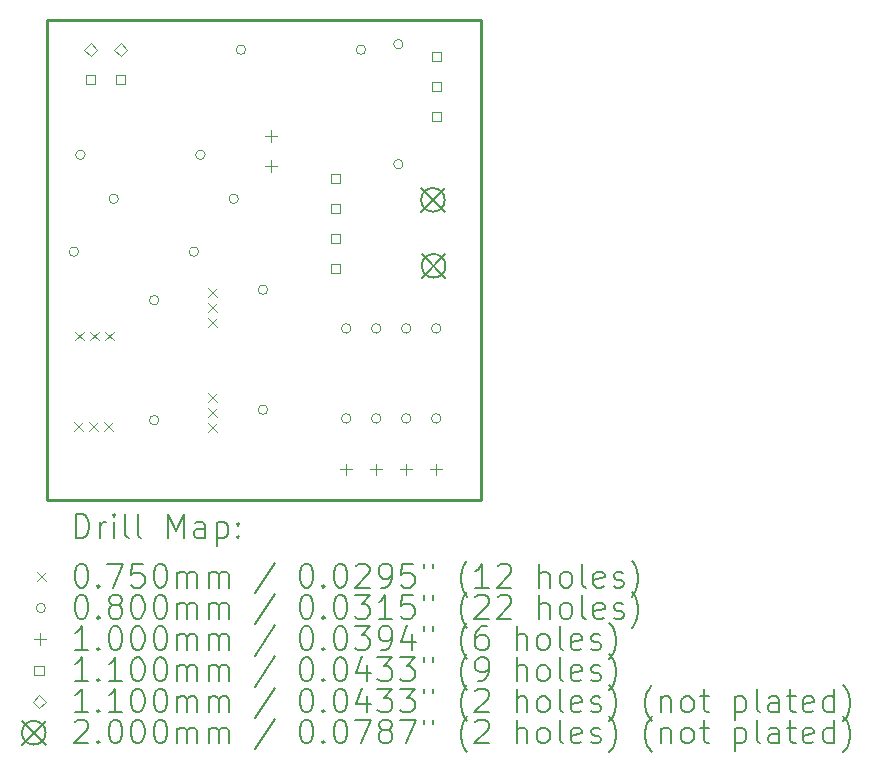
<source format=gbr>
%TF.GenerationSoftware,KiCad,Pcbnew,(6.0.10)*%
%TF.CreationDate,2023-01-15T11:08:51+01:00*%
%TF.ProjectId,PCB_PSU_LIN_2023-01-12,5043425f-5053-4555-9f4c-494e5f323032,rev?*%
%TF.SameCoordinates,Original*%
%TF.FileFunction,Drillmap*%
%TF.FilePolarity,Positive*%
%FSLAX45Y45*%
G04 Gerber Fmt 4.5, Leading zero omitted, Abs format (unit mm)*
G04 Created by KiCad (PCBNEW (6.0.10)) date 2023-01-15 11:08:51*
%MOMM*%
%LPD*%
G01*
G04 APERTURE LIST*
%ADD10C,0.254000*%
%ADD11C,0.200000*%
%ADD12C,0.075000*%
%ADD13C,0.080000*%
%ADD14C,0.100000*%
%ADD15C,0.110000*%
G04 APERTURE END LIST*
D10*
X9906000Y-10160000D02*
X6232900Y-10160000D01*
X6232900Y-10160000D02*
X6232900Y-6096000D01*
X9906000Y-6096000D02*
X9906000Y-10160000D01*
X6232900Y-6096000D02*
X9906000Y-6096000D01*
D11*
D12*
X6462107Y-9505817D02*
X6537107Y-9580817D01*
X6537107Y-9505817D02*
X6462107Y-9580817D01*
X6467767Y-8736699D02*
X6542767Y-8811699D01*
X6542767Y-8736699D02*
X6467767Y-8811699D01*
X6589107Y-9505817D02*
X6664107Y-9580817D01*
X6664107Y-9505817D02*
X6589107Y-9580817D01*
X6594767Y-8736699D02*
X6669767Y-8811699D01*
X6669767Y-8736699D02*
X6594767Y-8811699D01*
X6716107Y-9505817D02*
X6791107Y-9580817D01*
X6791107Y-9505817D02*
X6716107Y-9580817D01*
X6721767Y-8736699D02*
X6796767Y-8811699D01*
X6796767Y-8736699D02*
X6721767Y-8811699D01*
X7594206Y-8368080D02*
X7669206Y-8443080D01*
X7669206Y-8368080D02*
X7594206Y-8443080D01*
X7594206Y-8495080D02*
X7669206Y-8570080D01*
X7669206Y-8495080D02*
X7594206Y-8570080D01*
X7594206Y-8622080D02*
X7669206Y-8697080D01*
X7669206Y-8622080D02*
X7594206Y-8697080D01*
X7596126Y-9257500D02*
X7671126Y-9332500D01*
X7671126Y-9257500D02*
X7596126Y-9332500D01*
X7596126Y-9384500D02*
X7671126Y-9459500D01*
X7671126Y-9384500D02*
X7596126Y-9459500D01*
X7596126Y-9511500D02*
X7671126Y-9586500D01*
X7671126Y-9511500D02*
X7596126Y-9586500D01*
D13*
X6499501Y-8059508D02*
G75*
G03*
X6499501Y-8059508I-40000J0D01*
G01*
X6555111Y-7239322D02*
G75*
G03*
X6555111Y-7239322I-40000J0D01*
G01*
X6837237Y-7611412D02*
G75*
G03*
X6837237Y-7611412I-40000J0D01*
G01*
X7179268Y-8470460D02*
G75*
G03*
X7179268Y-8470460I-40000J0D01*
G01*
X7179268Y-9486460D02*
G75*
G03*
X7179268Y-9486460I-40000J0D01*
G01*
X7515501Y-8059508D02*
G75*
G03*
X7515501Y-8059508I-40000J0D01*
G01*
X7571111Y-7239322D02*
G75*
G03*
X7571111Y-7239322I-40000J0D01*
G01*
X7853237Y-7611412D02*
G75*
G03*
X7853237Y-7611412I-40000J0D01*
G01*
X7914000Y-6350000D02*
G75*
G03*
X7914000Y-6350000I-40000J0D01*
G01*
X8100152Y-8382000D02*
G75*
G03*
X8100152Y-8382000I-40000J0D01*
G01*
X8100152Y-9398000D02*
G75*
G03*
X8100152Y-9398000I-40000J0D01*
G01*
X8805700Y-8709300D02*
G75*
G03*
X8805700Y-8709300I-40000J0D01*
G01*
X8805700Y-9471300D02*
G75*
G03*
X8805700Y-9471300I-40000J0D01*
G01*
X8930000Y-6350000D02*
G75*
G03*
X8930000Y-6350000I-40000J0D01*
G01*
X9059700Y-8709300D02*
G75*
G03*
X9059700Y-8709300I-40000J0D01*
G01*
X9059700Y-9471300D02*
G75*
G03*
X9059700Y-9471300I-40000J0D01*
G01*
X9246981Y-6301977D02*
G75*
G03*
X9246981Y-6301977I-40000J0D01*
G01*
X9246981Y-7317977D02*
G75*
G03*
X9246981Y-7317977I-40000J0D01*
G01*
X9313700Y-8709300D02*
G75*
G03*
X9313700Y-8709300I-40000J0D01*
G01*
X9313700Y-9471300D02*
G75*
G03*
X9313700Y-9471300I-40000J0D01*
G01*
X9567700Y-8709300D02*
G75*
G03*
X9567700Y-8709300I-40000J0D01*
G01*
X9567700Y-9471300D02*
G75*
G03*
X9567700Y-9471300I-40000J0D01*
G01*
D14*
X8125832Y-7032008D02*
X8125832Y-7132008D01*
X8075832Y-7082008D02*
X8175832Y-7082008D01*
X8125832Y-7286008D02*
X8125832Y-7386008D01*
X8075832Y-7336008D02*
X8175832Y-7336008D01*
X8765700Y-9853500D02*
X8765700Y-9953500D01*
X8715700Y-9903500D02*
X8815700Y-9903500D01*
X9019700Y-9853500D02*
X9019700Y-9953500D01*
X8969700Y-9903500D02*
X9069700Y-9903500D01*
X9273700Y-9853500D02*
X9273700Y-9953500D01*
X9223700Y-9903500D02*
X9323700Y-9903500D01*
X9527700Y-9853500D02*
X9527700Y-9953500D01*
X9477700Y-9903500D02*
X9577700Y-9903500D01*
D15*
X6642891Y-6642891D02*
X6642891Y-6565109D01*
X6565109Y-6565109D01*
X6565109Y-6642891D01*
X6642891Y-6642891D01*
X6896891Y-6642891D02*
X6896891Y-6565109D01*
X6819109Y-6565109D01*
X6819109Y-6642891D01*
X6896891Y-6642891D01*
X8713694Y-7478391D02*
X8713694Y-7400609D01*
X8635912Y-7400609D01*
X8635912Y-7478391D01*
X8713694Y-7478391D01*
X8713694Y-7732391D02*
X8713694Y-7654609D01*
X8635912Y-7654609D01*
X8635912Y-7732391D01*
X8713694Y-7732391D01*
X8713694Y-7986391D02*
X8713694Y-7908609D01*
X8635912Y-7908609D01*
X8635912Y-7986391D01*
X8713694Y-7986391D01*
X8713694Y-8240391D02*
X8713694Y-8162609D01*
X8635912Y-8162609D01*
X8635912Y-8240391D01*
X8713694Y-8240391D01*
X9571485Y-6446222D02*
X9571485Y-6368439D01*
X9493702Y-6368439D01*
X9493702Y-6446222D01*
X9571485Y-6446222D01*
X9571485Y-6700222D02*
X9571485Y-6622439D01*
X9493702Y-6622439D01*
X9493702Y-6700222D01*
X9571485Y-6700222D01*
X9571485Y-6954222D02*
X9571485Y-6876439D01*
X9493702Y-6876439D01*
X9493702Y-6954222D01*
X9571485Y-6954222D01*
X6604000Y-6405000D02*
X6659000Y-6350000D01*
X6604000Y-6295000D01*
X6549000Y-6350000D01*
X6604000Y-6405000D01*
X6858000Y-6405000D02*
X6913000Y-6350000D01*
X6858000Y-6295000D01*
X6803000Y-6350000D01*
X6858000Y-6405000D01*
D11*
X9399557Y-7521288D02*
X9599557Y-7721288D01*
X9599557Y-7521288D02*
X9399557Y-7721288D01*
X9599557Y-7621288D02*
G75*
G03*
X9599557Y-7621288I-100000J0D01*
G01*
X9405998Y-8079472D02*
X9605998Y-8279472D01*
X9605998Y-8079472D02*
X9405998Y-8279472D01*
X9605998Y-8179472D02*
G75*
G03*
X9605998Y-8179472I-100000J0D01*
G01*
X6477819Y-10483176D02*
X6477819Y-10283176D01*
X6525438Y-10283176D01*
X6554009Y-10292700D01*
X6573057Y-10311748D01*
X6582581Y-10330795D01*
X6592105Y-10368890D01*
X6592105Y-10397462D01*
X6582581Y-10435557D01*
X6573057Y-10454605D01*
X6554009Y-10473652D01*
X6525438Y-10483176D01*
X6477819Y-10483176D01*
X6677819Y-10483176D02*
X6677819Y-10349843D01*
X6677819Y-10387938D02*
X6687343Y-10368890D01*
X6696867Y-10359367D01*
X6715914Y-10349843D01*
X6734962Y-10349843D01*
X6801628Y-10483176D02*
X6801628Y-10349843D01*
X6801628Y-10283176D02*
X6792105Y-10292700D01*
X6801628Y-10302224D01*
X6811152Y-10292700D01*
X6801628Y-10283176D01*
X6801628Y-10302224D01*
X6925438Y-10483176D02*
X6906390Y-10473652D01*
X6896867Y-10454605D01*
X6896867Y-10283176D01*
X7030200Y-10483176D02*
X7011152Y-10473652D01*
X7001628Y-10454605D01*
X7001628Y-10283176D01*
X7258771Y-10483176D02*
X7258771Y-10283176D01*
X7325438Y-10426033D01*
X7392105Y-10283176D01*
X7392105Y-10483176D01*
X7573057Y-10483176D02*
X7573057Y-10378414D01*
X7563533Y-10359367D01*
X7544486Y-10349843D01*
X7506390Y-10349843D01*
X7487343Y-10359367D01*
X7573057Y-10473652D02*
X7554009Y-10483176D01*
X7506390Y-10483176D01*
X7487343Y-10473652D01*
X7477819Y-10454605D01*
X7477819Y-10435557D01*
X7487343Y-10416510D01*
X7506390Y-10406986D01*
X7554009Y-10406986D01*
X7573057Y-10397462D01*
X7668295Y-10349843D02*
X7668295Y-10549843D01*
X7668295Y-10359367D02*
X7687343Y-10349843D01*
X7725438Y-10349843D01*
X7744486Y-10359367D01*
X7754009Y-10368890D01*
X7763533Y-10387938D01*
X7763533Y-10445081D01*
X7754009Y-10464129D01*
X7744486Y-10473652D01*
X7725438Y-10483176D01*
X7687343Y-10483176D01*
X7668295Y-10473652D01*
X7849248Y-10464129D02*
X7858771Y-10473652D01*
X7849248Y-10483176D01*
X7839724Y-10473652D01*
X7849248Y-10464129D01*
X7849248Y-10483176D01*
X7849248Y-10359367D02*
X7858771Y-10368890D01*
X7849248Y-10378414D01*
X7839724Y-10368890D01*
X7849248Y-10359367D01*
X7849248Y-10378414D01*
D12*
X6145200Y-10775200D02*
X6220200Y-10850200D01*
X6220200Y-10775200D02*
X6145200Y-10850200D01*
D11*
X6515914Y-10703176D02*
X6534962Y-10703176D01*
X6554009Y-10712700D01*
X6563533Y-10722224D01*
X6573057Y-10741271D01*
X6582581Y-10779367D01*
X6582581Y-10826986D01*
X6573057Y-10865081D01*
X6563533Y-10884129D01*
X6554009Y-10893652D01*
X6534962Y-10903176D01*
X6515914Y-10903176D01*
X6496867Y-10893652D01*
X6487343Y-10884129D01*
X6477819Y-10865081D01*
X6468295Y-10826986D01*
X6468295Y-10779367D01*
X6477819Y-10741271D01*
X6487343Y-10722224D01*
X6496867Y-10712700D01*
X6515914Y-10703176D01*
X6668295Y-10884129D02*
X6677819Y-10893652D01*
X6668295Y-10903176D01*
X6658771Y-10893652D01*
X6668295Y-10884129D01*
X6668295Y-10903176D01*
X6744486Y-10703176D02*
X6877819Y-10703176D01*
X6792105Y-10903176D01*
X7049248Y-10703176D02*
X6954009Y-10703176D01*
X6944486Y-10798414D01*
X6954009Y-10788890D01*
X6973057Y-10779367D01*
X7020676Y-10779367D01*
X7039724Y-10788890D01*
X7049248Y-10798414D01*
X7058771Y-10817462D01*
X7058771Y-10865081D01*
X7049248Y-10884129D01*
X7039724Y-10893652D01*
X7020676Y-10903176D01*
X6973057Y-10903176D01*
X6954009Y-10893652D01*
X6944486Y-10884129D01*
X7182581Y-10703176D02*
X7201628Y-10703176D01*
X7220676Y-10712700D01*
X7230200Y-10722224D01*
X7239724Y-10741271D01*
X7249248Y-10779367D01*
X7249248Y-10826986D01*
X7239724Y-10865081D01*
X7230200Y-10884129D01*
X7220676Y-10893652D01*
X7201628Y-10903176D01*
X7182581Y-10903176D01*
X7163533Y-10893652D01*
X7154009Y-10884129D01*
X7144486Y-10865081D01*
X7134962Y-10826986D01*
X7134962Y-10779367D01*
X7144486Y-10741271D01*
X7154009Y-10722224D01*
X7163533Y-10712700D01*
X7182581Y-10703176D01*
X7334962Y-10903176D02*
X7334962Y-10769843D01*
X7334962Y-10788890D02*
X7344486Y-10779367D01*
X7363533Y-10769843D01*
X7392105Y-10769843D01*
X7411152Y-10779367D01*
X7420676Y-10798414D01*
X7420676Y-10903176D01*
X7420676Y-10798414D02*
X7430200Y-10779367D01*
X7449248Y-10769843D01*
X7477819Y-10769843D01*
X7496867Y-10779367D01*
X7506390Y-10798414D01*
X7506390Y-10903176D01*
X7601628Y-10903176D02*
X7601628Y-10769843D01*
X7601628Y-10788890D02*
X7611152Y-10779367D01*
X7630200Y-10769843D01*
X7658771Y-10769843D01*
X7677819Y-10779367D01*
X7687343Y-10798414D01*
X7687343Y-10903176D01*
X7687343Y-10798414D02*
X7696867Y-10779367D01*
X7715914Y-10769843D01*
X7744486Y-10769843D01*
X7763533Y-10779367D01*
X7773057Y-10798414D01*
X7773057Y-10903176D01*
X8163533Y-10693652D02*
X7992105Y-10950795D01*
X8420676Y-10703176D02*
X8439724Y-10703176D01*
X8458771Y-10712700D01*
X8468295Y-10722224D01*
X8477819Y-10741271D01*
X8487343Y-10779367D01*
X8487343Y-10826986D01*
X8477819Y-10865081D01*
X8468295Y-10884129D01*
X8458771Y-10893652D01*
X8439724Y-10903176D01*
X8420676Y-10903176D01*
X8401629Y-10893652D01*
X8392105Y-10884129D01*
X8382581Y-10865081D01*
X8373057Y-10826986D01*
X8373057Y-10779367D01*
X8382581Y-10741271D01*
X8392105Y-10722224D01*
X8401629Y-10712700D01*
X8420676Y-10703176D01*
X8573057Y-10884129D02*
X8582581Y-10893652D01*
X8573057Y-10903176D01*
X8563533Y-10893652D01*
X8573057Y-10884129D01*
X8573057Y-10903176D01*
X8706390Y-10703176D02*
X8725438Y-10703176D01*
X8744486Y-10712700D01*
X8754010Y-10722224D01*
X8763533Y-10741271D01*
X8773057Y-10779367D01*
X8773057Y-10826986D01*
X8763533Y-10865081D01*
X8754010Y-10884129D01*
X8744486Y-10893652D01*
X8725438Y-10903176D01*
X8706390Y-10903176D01*
X8687343Y-10893652D01*
X8677819Y-10884129D01*
X8668295Y-10865081D01*
X8658771Y-10826986D01*
X8658771Y-10779367D01*
X8668295Y-10741271D01*
X8677819Y-10722224D01*
X8687343Y-10712700D01*
X8706390Y-10703176D01*
X8849248Y-10722224D02*
X8858771Y-10712700D01*
X8877819Y-10703176D01*
X8925438Y-10703176D01*
X8944486Y-10712700D01*
X8954010Y-10722224D01*
X8963533Y-10741271D01*
X8963533Y-10760319D01*
X8954010Y-10788890D01*
X8839724Y-10903176D01*
X8963533Y-10903176D01*
X9058771Y-10903176D02*
X9096867Y-10903176D01*
X9115914Y-10893652D01*
X9125438Y-10884129D01*
X9144486Y-10855557D01*
X9154010Y-10817462D01*
X9154010Y-10741271D01*
X9144486Y-10722224D01*
X9134962Y-10712700D01*
X9115914Y-10703176D01*
X9077819Y-10703176D01*
X9058771Y-10712700D01*
X9049248Y-10722224D01*
X9039724Y-10741271D01*
X9039724Y-10788890D01*
X9049248Y-10807938D01*
X9058771Y-10817462D01*
X9077819Y-10826986D01*
X9115914Y-10826986D01*
X9134962Y-10817462D01*
X9144486Y-10807938D01*
X9154010Y-10788890D01*
X9334962Y-10703176D02*
X9239724Y-10703176D01*
X9230200Y-10798414D01*
X9239724Y-10788890D01*
X9258771Y-10779367D01*
X9306390Y-10779367D01*
X9325438Y-10788890D01*
X9334962Y-10798414D01*
X9344486Y-10817462D01*
X9344486Y-10865081D01*
X9334962Y-10884129D01*
X9325438Y-10893652D01*
X9306390Y-10903176D01*
X9258771Y-10903176D01*
X9239724Y-10893652D01*
X9230200Y-10884129D01*
X9420676Y-10703176D02*
X9420676Y-10741271D01*
X9496867Y-10703176D02*
X9496867Y-10741271D01*
X9792105Y-10979367D02*
X9782581Y-10969843D01*
X9763533Y-10941271D01*
X9754010Y-10922224D01*
X9744486Y-10893652D01*
X9734962Y-10846033D01*
X9734962Y-10807938D01*
X9744486Y-10760319D01*
X9754010Y-10731748D01*
X9763533Y-10712700D01*
X9782581Y-10684129D01*
X9792105Y-10674605D01*
X9973057Y-10903176D02*
X9858771Y-10903176D01*
X9915914Y-10903176D02*
X9915914Y-10703176D01*
X9896867Y-10731748D01*
X9877819Y-10750795D01*
X9858771Y-10760319D01*
X10049248Y-10722224D02*
X10058771Y-10712700D01*
X10077819Y-10703176D01*
X10125438Y-10703176D01*
X10144486Y-10712700D01*
X10154010Y-10722224D01*
X10163533Y-10741271D01*
X10163533Y-10760319D01*
X10154010Y-10788890D01*
X10039724Y-10903176D01*
X10163533Y-10903176D01*
X10401629Y-10903176D02*
X10401629Y-10703176D01*
X10487343Y-10903176D02*
X10487343Y-10798414D01*
X10477819Y-10779367D01*
X10458771Y-10769843D01*
X10430200Y-10769843D01*
X10411152Y-10779367D01*
X10401629Y-10788890D01*
X10611152Y-10903176D02*
X10592105Y-10893652D01*
X10582581Y-10884129D01*
X10573057Y-10865081D01*
X10573057Y-10807938D01*
X10582581Y-10788890D01*
X10592105Y-10779367D01*
X10611152Y-10769843D01*
X10639724Y-10769843D01*
X10658771Y-10779367D01*
X10668295Y-10788890D01*
X10677819Y-10807938D01*
X10677819Y-10865081D01*
X10668295Y-10884129D01*
X10658771Y-10893652D01*
X10639724Y-10903176D01*
X10611152Y-10903176D01*
X10792105Y-10903176D02*
X10773057Y-10893652D01*
X10763533Y-10874605D01*
X10763533Y-10703176D01*
X10944486Y-10893652D02*
X10925438Y-10903176D01*
X10887343Y-10903176D01*
X10868295Y-10893652D01*
X10858771Y-10874605D01*
X10858771Y-10798414D01*
X10868295Y-10779367D01*
X10887343Y-10769843D01*
X10925438Y-10769843D01*
X10944486Y-10779367D01*
X10954010Y-10798414D01*
X10954010Y-10817462D01*
X10858771Y-10836510D01*
X11030200Y-10893652D02*
X11049248Y-10903176D01*
X11087343Y-10903176D01*
X11106390Y-10893652D01*
X11115914Y-10874605D01*
X11115914Y-10865081D01*
X11106390Y-10846033D01*
X11087343Y-10836510D01*
X11058771Y-10836510D01*
X11039724Y-10826986D01*
X11030200Y-10807938D01*
X11030200Y-10798414D01*
X11039724Y-10779367D01*
X11058771Y-10769843D01*
X11087343Y-10769843D01*
X11106390Y-10779367D01*
X11182581Y-10979367D02*
X11192105Y-10969843D01*
X11211152Y-10941271D01*
X11220676Y-10922224D01*
X11230200Y-10893652D01*
X11239724Y-10846033D01*
X11239724Y-10807938D01*
X11230200Y-10760319D01*
X11220676Y-10731748D01*
X11211152Y-10712700D01*
X11192105Y-10684129D01*
X11182581Y-10674605D01*
D13*
X6220200Y-11076700D02*
G75*
G03*
X6220200Y-11076700I-40000J0D01*
G01*
D11*
X6515914Y-10967176D02*
X6534962Y-10967176D01*
X6554009Y-10976700D01*
X6563533Y-10986224D01*
X6573057Y-11005271D01*
X6582581Y-11043367D01*
X6582581Y-11090986D01*
X6573057Y-11129081D01*
X6563533Y-11148129D01*
X6554009Y-11157652D01*
X6534962Y-11167176D01*
X6515914Y-11167176D01*
X6496867Y-11157652D01*
X6487343Y-11148129D01*
X6477819Y-11129081D01*
X6468295Y-11090986D01*
X6468295Y-11043367D01*
X6477819Y-11005271D01*
X6487343Y-10986224D01*
X6496867Y-10976700D01*
X6515914Y-10967176D01*
X6668295Y-11148129D02*
X6677819Y-11157652D01*
X6668295Y-11167176D01*
X6658771Y-11157652D01*
X6668295Y-11148129D01*
X6668295Y-11167176D01*
X6792105Y-11052890D02*
X6773057Y-11043367D01*
X6763533Y-11033843D01*
X6754009Y-11014795D01*
X6754009Y-11005271D01*
X6763533Y-10986224D01*
X6773057Y-10976700D01*
X6792105Y-10967176D01*
X6830200Y-10967176D01*
X6849248Y-10976700D01*
X6858771Y-10986224D01*
X6868295Y-11005271D01*
X6868295Y-11014795D01*
X6858771Y-11033843D01*
X6849248Y-11043367D01*
X6830200Y-11052890D01*
X6792105Y-11052890D01*
X6773057Y-11062414D01*
X6763533Y-11071938D01*
X6754009Y-11090986D01*
X6754009Y-11129081D01*
X6763533Y-11148129D01*
X6773057Y-11157652D01*
X6792105Y-11167176D01*
X6830200Y-11167176D01*
X6849248Y-11157652D01*
X6858771Y-11148129D01*
X6868295Y-11129081D01*
X6868295Y-11090986D01*
X6858771Y-11071938D01*
X6849248Y-11062414D01*
X6830200Y-11052890D01*
X6992105Y-10967176D02*
X7011152Y-10967176D01*
X7030200Y-10976700D01*
X7039724Y-10986224D01*
X7049248Y-11005271D01*
X7058771Y-11043367D01*
X7058771Y-11090986D01*
X7049248Y-11129081D01*
X7039724Y-11148129D01*
X7030200Y-11157652D01*
X7011152Y-11167176D01*
X6992105Y-11167176D01*
X6973057Y-11157652D01*
X6963533Y-11148129D01*
X6954009Y-11129081D01*
X6944486Y-11090986D01*
X6944486Y-11043367D01*
X6954009Y-11005271D01*
X6963533Y-10986224D01*
X6973057Y-10976700D01*
X6992105Y-10967176D01*
X7182581Y-10967176D02*
X7201628Y-10967176D01*
X7220676Y-10976700D01*
X7230200Y-10986224D01*
X7239724Y-11005271D01*
X7249248Y-11043367D01*
X7249248Y-11090986D01*
X7239724Y-11129081D01*
X7230200Y-11148129D01*
X7220676Y-11157652D01*
X7201628Y-11167176D01*
X7182581Y-11167176D01*
X7163533Y-11157652D01*
X7154009Y-11148129D01*
X7144486Y-11129081D01*
X7134962Y-11090986D01*
X7134962Y-11043367D01*
X7144486Y-11005271D01*
X7154009Y-10986224D01*
X7163533Y-10976700D01*
X7182581Y-10967176D01*
X7334962Y-11167176D02*
X7334962Y-11033843D01*
X7334962Y-11052890D02*
X7344486Y-11043367D01*
X7363533Y-11033843D01*
X7392105Y-11033843D01*
X7411152Y-11043367D01*
X7420676Y-11062414D01*
X7420676Y-11167176D01*
X7420676Y-11062414D02*
X7430200Y-11043367D01*
X7449248Y-11033843D01*
X7477819Y-11033843D01*
X7496867Y-11043367D01*
X7506390Y-11062414D01*
X7506390Y-11167176D01*
X7601628Y-11167176D02*
X7601628Y-11033843D01*
X7601628Y-11052890D02*
X7611152Y-11043367D01*
X7630200Y-11033843D01*
X7658771Y-11033843D01*
X7677819Y-11043367D01*
X7687343Y-11062414D01*
X7687343Y-11167176D01*
X7687343Y-11062414D02*
X7696867Y-11043367D01*
X7715914Y-11033843D01*
X7744486Y-11033843D01*
X7763533Y-11043367D01*
X7773057Y-11062414D01*
X7773057Y-11167176D01*
X8163533Y-10957652D02*
X7992105Y-11214795D01*
X8420676Y-10967176D02*
X8439724Y-10967176D01*
X8458771Y-10976700D01*
X8468295Y-10986224D01*
X8477819Y-11005271D01*
X8487343Y-11043367D01*
X8487343Y-11090986D01*
X8477819Y-11129081D01*
X8468295Y-11148129D01*
X8458771Y-11157652D01*
X8439724Y-11167176D01*
X8420676Y-11167176D01*
X8401629Y-11157652D01*
X8392105Y-11148129D01*
X8382581Y-11129081D01*
X8373057Y-11090986D01*
X8373057Y-11043367D01*
X8382581Y-11005271D01*
X8392105Y-10986224D01*
X8401629Y-10976700D01*
X8420676Y-10967176D01*
X8573057Y-11148129D02*
X8582581Y-11157652D01*
X8573057Y-11167176D01*
X8563533Y-11157652D01*
X8573057Y-11148129D01*
X8573057Y-11167176D01*
X8706390Y-10967176D02*
X8725438Y-10967176D01*
X8744486Y-10976700D01*
X8754010Y-10986224D01*
X8763533Y-11005271D01*
X8773057Y-11043367D01*
X8773057Y-11090986D01*
X8763533Y-11129081D01*
X8754010Y-11148129D01*
X8744486Y-11157652D01*
X8725438Y-11167176D01*
X8706390Y-11167176D01*
X8687343Y-11157652D01*
X8677819Y-11148129D01*
X8668295Y-11129081D01*
X8658771Y-11090986D01*
X8658771Y-11043367D01*
X8668295Y-11005271D01*
X8677819Y-10986224D01*
X8687343Y-10976700D01*
X8706390Y-10967176D01*
X8839724Y-10967176D02*
X8963533Y-10967176D01*
X8896867Y-11043367D01*
X8925438Y-11043367D01*
X8944486Y-11052890D01*
X8954010Y-11062414D01*
X8963533Y-11081462D01*
X8963533Y-11129081D01*
X8954010Y-11148129D01*
X8944486Y-11157652D01*
X8925438Y-11167176D01*
X8868295Y-11167176D01*
X8849248Y-11157652D01*
X8839724Y-11148129D01*
X9154010Y-11167176D02*
X9039724Y-11167176D01*
X9096867Y-11167176D02*
X9096867Y-10967176D01*
X9077819Y-10995748D01*
X9058771Y-11014795D01*
X9039724Y-11024319D01*
X9334962Y-10967176D02*
X9239724Y-10967176D01*
X9230200Y-11062414D01*
X9239724Y-11052890D01*
X9258771Y-11043367D01*
X9306390Y-11043367D01*
X9325438Y-11052890D01*
X9334962Y-11062414D01*
X9344486Y-11081462D01*
X9344486Y-11129081D01*
X9334962Y-11148129D01*
X9325438Y-11157652D01*
X9306390Y-11167176D01*
X9258771Y-11167176D01*
X9239724Y-11157652D01*
X9230200Y-11148129D01*
X9420676Y-10967176D02*
X9420676Y-11005271D01*
X9496867Y-10967176D02*
X9496867Y-11005271D01*
X9792105Y-11243367D02*
X9782581Y-11233843D01*
X9763533Y-11205271D01*
X9754010Y-11186224D01*
X9744486Y-11157652D01*
X9734962Y-11110033D01*
X9734962Y-11071938D01*
X9744486Y-11024319D01*
X9754010Y-10995748D01*
X9763533Y-10976700D01*
X9782581Y-10948129D01*
X9792105Y-10938605D01*
X9858771Y-10986224D02*
X9868295Y-10976700D01*
X9887343Y-10967176D01*
X9934962Y-10967176D01*
X9954010Y-10976700D01*
X9963533Y-10986224D01*
X9973057Y-11005271D01*
X9973057Y-11024319D01*
X9963533Y-11052890D01*
X9849248Y-11167176D01*
X9973057Y-11167176D01*
X10049248Y-10986224D02*
X10058771Y-10976700D01*
X10077819Y-10967176D01*
X10125438Y-10967176D01*
X10144486Y-10976700D01*
X10154010Y-10986224D01*
X10163533Y-11005271D01*
X10163533Y-11024319D01*
X10154010Y-11052890D01*
X10039724Y-11167176D01*
X10163533Y-11167176D01*
X10401629Y-11167176D02*
X10401629Y-10967176D01*
X10487343Y-11167176D02*
X10487343Y-11062414D01*
X10477819Y-11043367D01*
X10458771Y-11033843D01*
X10430200Y-11033843D01*
X10411152Y-11043367D01*
X10401629Y-11052890D01*
X10611152Y-11167176D02*
X10592105Y-11157652D01*
X10582581Y-11148129D01*
X10573057Y-11129081D01*
X10573057Y-11071938D01*
X10582581Y-11052890D01*
X10592105Y-11043367D01*
X10611152Y-11033843D01*
X10639724Y-11033843D01*
X10658771Y-11043367D01*
X10668295Y-11052890D01*
X10677819Y-11071938D01*
X10677819Y-11129081D01*
X10668295Y-11148129D01*
X10658771Y-11157652D01*
X10639724Y-11167176D01*
X10611152Y-11167176D01*
X10792105Y-11167176D02*
X10773057Y-11157652D01*
X10763533Y-11138605D01*
X10763533Y-10967176D01*
X10944486Y-11157652D02*
X10925438Y-11167176D01*
X10887343Y-11167176D01*
X10868295Y-11157652D01*
X10858771Y-11138605D01*
X10858771Y-11062414D01*
X10868295Y-11043367D01*
X10887343Y-11033843D01*
X10925438Y-11033843D01*
X10944486Y-11043367D01*
X10954010Y-11062414D01*
X10954010Y-11081462D01*
X10858771Y-11100510D01*
X11030200Y-11157652D02*
X11049248Y-11167176D01*
X11087343Y-11167176D01*
X11106390Y-11157652D01*
X11115914Y-11138605D01*
X11115914Y-11129081D01*
X11106390Y-11110033D01*
X11087343Y-11100510D01*
X11058771Y-11100510D01*
X11039724Y-11090986D01*
X11030200Y-11071938D01*
X11030200Y-11062414D01*
X11039724Y-11043367D01*
X11058771Y-11033843D01*
X11087343Y-11033843D01*
X11106390Y-11043367D01*
X11182581Y-11243367D02*
X11192105Y-11233843D01*
X11211152Y-11205271D01*
X11220676Y-11186224D01*
X11230200Y-11157652D01*
X11239724Y-11110033D01*
X11239724Y-11071938D01*
X11230200Y-11024319D01*
X11220676Y-10995748D01*
X11211152Y-10976700D01*
X11192105Y-10948129D01*
X11182581Y-10938605D01*
D14*
X6170200Y-11290700D02*
X6170200Y-11390700D01*
X6120200Y-11340700D02*
X6220200Y-11340700D01*
D11*
X6582581Y-11431176D02*
X6468295Y-11431176D01*
X6525438Y-11431176D02*
X6525438Y-11231176D01*
X6506390Y-11259748D01*
X6487343Y-11278795D01*
X6468295Y-11288319D01*
X6668295Y-11412128D02*
X6677819Y-11421652D01*
X6668295Y-11431176D01*
X6658771Y-11421652D01*
X6668295Y-11412128D01*
X6668295Y-11431176D01*
X6801628Y-11231176D02*
X6820676Y-11231176D01*
X6839724Y-11240700D01*
X6849248Y-11250224D01*
X6858771Y-11269271D01*
X6868295Y-11307367D01*
X6868295Y-11354986D01*
X6858771Y-11393081D01*
X6849248Y-11412128D01*
X6839724Y-11421652D01*
X6820676Y-11431176D01*
X6801628Y-11431176D01*
X6782581Y-11421652D01*
X6773057Y-11412128D01*
X6763533Y-11393081D01*
X6754009Y-11354986D01*
X6754009Y-11307367D01*
X6763533Y-11269271D01*
X6773057Y-11250224D01*
X6782581Y-11240700D01*
X6801628Y-11231176D01*
X6992105Y-11231176D02*
X7011152Y-11231176D01*
X7030200Y-11240700D01*
X7039724Y-11250224D01*
X7049248Y-11269271D01*
X7058771Y-11307367D01*
X7058771Y-11354986D01*
X7049248Y-11393081D01*
X7039724Y-11412128D01*
X7030200Y-11421652D01*
X7011152Y-11431176D01*
X6992105Y-11431176D01*
X6973057Y-11421652D01*
X6963533Y-11412128D01*
X6954009Y-11393081D01*
X6944486Y-11354986D01*
X6944486Y-11307367D01*
X6954009Y-11269271D01*
X6963533Y-11250224D01*
X6973057Y-11240700D01*
X6992105Y-11231176D01*
X7182581Y-11231176D02*
X7201628Y-11231176D01*
X7220676Y-11240700D01*
X7230200Y-11250224D01*
X7239724Y-11269271D01*
X7249248Y-11307367D01*
X7249248Y-11354986D01*
X7239724Y-11393081D01*
X7230200Y-11412128D01*
X7220676Y-11421652D01*
X7201628Y-11431176D01*
X7182581Y-11431176D01*
X7163533Y-11421652D01*
X7154009Y-11412128D01*
X7144486Y-11393081D01*
X7134962Y-11354986D01*
X7134962Y-11307367D01*
X7144486Y-11269271D01*
X7154009Y-11250224D01*
X7163533Y-11240700D01*
X7182581Y-11231176D01*
X7334962Y-11431176D02*
X7334962Y-11297843D01*
X7334962Y-11316890D02*
X7344486Y-11307367D01*
X7363533Y-11297843D01*
X7392105Y-11297843D01*
X7411152Y-11307367D01*
X7420676Y-11326414D01*
X7420676Y-11431176D01*
X7420676Y-11326414D02*
X7430200Y-11307367D01*
X7449248Y-11297843D01*
X7477819Y-11297843D01*
X7496867Y-11307367D01*
X7506390Y-11326414D01*
X7506390Y-11431176D01*
X7601628Y-11431176D02*
X7601628Y-11297843D01*
X7601628Y-11316890D02*
X7611152Y-11307367D01*
X7630200Y-11297843D01*
X7658771Y-11297843D01*
X7677819Y-11307367D01*
X7687343Y-11326414D01*
X7687343Y-11431176D01*
X7687343Y-11326414D02*
X7696867Y-11307367D01*
X7715914Y-11297843D01*
X7744486Y-11297843D01*
X7763533Y-11307367D01*
X7773057Y-11326414D01*
X7773057Y-11431176D01*
X8163533Y-11221652D02*
X7992105Y-11478795D01*
X8420676Y-11231176D02*
X8439724Y-11231176D01*
X8458771Y-11240700D01*
X8468295Y-11250224D01*
X8477819Y-11269271D01*
X8487343Y-11307367D01*
X8487343Y-11354986D01*
X8477819Y-11393081D01*
X8468295Y-11412128D01*
X8458771Y-11421652D01*
X8439724Y-11431176D01*
X8420676Y-11431176D01*
X8401629Y-11421652D01*
X8392105Y-11412128D01*
X8382581Y-11393081D01*
X8373057Y-11354986D01*
X8373057Y-11307367D01*
X8382581Y-11269271D01*
X8392105Y-11250224D01*
X8401629Y-11240700D01*
X8420676Y-11231176D01*
X8573057Y-11412128D02*
X8582581Y-11421652D01*
X8573057Y-11431176D01*
X8563533Y-11421652D01*
X8573057Y-11412128D01*
X8573057Y-11431176D01*
X8706390Y-11231176D02*
X8725438Y-11231176D01*
X8744486Y-11240700D01*
X8754010Y-11250224D01*
X8763533Y-11269271D01*
X8773057Y-11307367D01*
X8773057Y-11354986D01*
X8763533Y-11393081D01*
X8754010Y-11412128D01*
X8744486Y-11421652D01*
X8725438Y-11431176D01*
X8706390Y-11431176D01*
X8687343Y-11421652D01*
X8677819Y-11412128D01*
X8668295Y-11393081D01*
X8658771Y-11354986D01*
X8658771Y-11307367D01*
X8668295Y-11269271D01*
X8677819Y-11250224D01*
X8687343Y-11240700D01*
X8706390Y-11231176D01*
X8839724Y-11231176D02*
X8963533Y-11231176D01*
X8896867Y-11307367D01*
X8925438Y-11307367D01*
X8944486Y-11316890D01*
X8954010Y-11326414D01*
X8963533Y-11345462D01*
X8963533Y-11393081D01*
X8954010Y-11412128D01*
X8944486Y-11421652D01*
X8925438Y-11431176D01*
X8868295Y-11431176D01*
X8849248Y-11421652D01*
X8839724Y-11412128D01*
X9058771Y-11431176D02*
X9096867Y-11431176D01*
X9115914Y-11421652D01*
X9125438Y-11412128D01*
X9144486Y-11383557D01*
X9154010Y-11345462D01*
X9154010Y-11269271D01*
X9144486Y-11250224D01*
X9134962Y-11240700D01*
X9115914Y-11231176D01*
X9077819Y-11231176D01*
X9058771Y-11240700D01*
X9049248Y-11250224D01*
X9039724Y-11269271D01*
X9039724Y-11316890D01*
X9049248Y-11335938D01*
X9058771Y-11345462D01*
X9077819Y-11354986D01*
X9115914Y-11354986D01*
X9134962Y-11345462D01*
X9144486Y-11335938D01*
X9154010Y-11316890D01*
X9325438Y-11297843D02*
X9325438Y-11431176D01*
X9277819Y-11221652D02*
X9230200Y-11364509D01*
X9354010Y-11364509D01*
X9420676Y-11231176D02*
X9420676Y-11269271D01*
X9496867Y-11231176D02*
X9496867Y-11269271D01*
X9792105Y-11507367D02*
X9782581Y-11497843D01*
X9763533Y-11469271D01*
X9754010Y-11450224D01*
X9744486Y-11421652D01*
X9734962Y-11374033D01*
X9734962Y-11335938D01*
X9744486Y-11288319D01*
X9754010Y-11259748D01*
X9763533Y-11240700D01*
X9782581Y-11212128D01*
X9792105Y-11202605D01*
X9954010Y-11231176D02*
X9915914Y-11231176D01*
X9896867Y-11240700D01*
X9887343Y-11250224D01*
X9868295Y-11278795D01*
X9858771Y-11316890D01*
X9858771Y-11393081D01*
X9868295Y-11412128D01*
X9877819Y-11421652D01*
X9896867Y-11431176D01*
X9934962Y-11431176D01*
X9954010Y-11421652D01*
X9963533Y-11412128D01*
X9973057Y-11393081D01*
X9973057Y-11345462D01*
X9963533Y-11326414D01*
X9954010Y-11316890D01*
X9934962Y-11307367D01*
X9896867Y-11307367D01*
X9877819Y-11316890D01*
X9868295Y-11326414D01*
X9858771Y-11345462D01*
X10211152Y-11431176D02*
X10211152Y-11231176D01*
X10296867Y-11431176D02*
X10296867Y-11326414D01*
X10287343Y-11307367D01*
X10268295Y-11297843D01*
X10239724Y-11297843D01*
X10220676Y-11307367D01*
X10211152Y-11316890D01*
X10420676Y-11431176D02*
X10401629Y-11421652D01*
X10392105Y-11412128D01*
X10382581Y-11393081D01*
X10382581Y-11335938D01*
X10392105Y-11316890D01*
X10401629Y-11307367D01*
X10420676Y-11297843D01*
X10449248Y-11297843D01*
X10468295Y-11307367D01*
X10477819Y-11316890D01*
X10487343Y-11335938D01*
X10487343Y-11393081D01*
X10477819Y-11412128D01*
X10468295Y-11421652D01*
X10449248Y-11431176D01*
X10420676Y-11431176D01*
X10601629Y-11431176D02*
X10582581Y-11421652D01*
X10573057Y-11402605D01*
X10573057Y-11231176D01*
X10754010Y-11421652D02*
X10734962Y-11431176D01*
X10696867Y-11431176D01*
X10677819Y-11421652D01*
X10668295Y-11402605D01*
X10668295Y-11326414D01*
X10677819Y-11307367D01*
X10696867Y-11297843D01*
X10734962Y-11297843D01*
X10754010Y-11307367D01*
X10763533Y-11326414D01*
X10763533Y-11345462D01*
X10668295Y-11364509D01*
X10839724Y-11421652D02*
X10858771Y-11431176D01*
X10896867Y-11431176D01*
X10915914Y-11421652D01*
X10925438Y-11402605D01*
X10925438Y-11393081D01*
X10915914Y-11374033D01*
X10896867Y-11364509D01*
X10868295Y-11364509D01*
X10849248Y-11354986D01*
X10839724Y-11335938D01*
X10839724Y-11326414D01*
X10849248Y-11307367D01*
X10868295Y-11297843D01*
X10896867Y-11297843D01*
X10915914Y-11307367D01*
X10992105Y-11507367D02*
X11001629Y-11497843D01*
X11020676Y-11469271D01*
X11030200Y-11450224D01*
X11039724Y-11421652D01*
X11049248Y-11374033D01*
X11049248Y-11335938D01*
X11039724Y-11288319D01*
X11030200Y-11259748D01*
X11020676Y-11240700D01*
X11001629Y-11212128D01*
X10992105Y-11202605D01*
D15*
X6204091Y-11643591D02*
X6204091Y-11565809D01*
X6126309Y-11565809D01*
X6126309Y-11643591D01*
X6204091Y-11643591D01*
D11*
X6582581Y-11695176D02*
X6468295Y-11695176D01*
X6525438Y-11695176D02*
X6525438Y-11495176D01*
X6506390Y-11523748D01*
X6487343Y-11542795D01*
X6468295Y-11552319D01*
X6668295Y-11676128D02*
X6677819Y-11685652D01*
X6668295Y-11695176D01*
X6658771Y-11685652D01*
X6668295Y-11676128D01*
X6668295Y-11695176D01*
X6868295Y-11695176D02*
X6754009Y-11695176D01*
X6811152Y-11695176D02*
X6811152Y-11495176D01*
X6792105Y-11523748D01*
X6773057Y-11542795D01*
X6754009Y-11552319D01*
X6992105Y-11495176D02*
X7011152Y-11495176D01*
X7030200Y-11504700D01*
X7039724Y-11514224D01*
X7049248Y-11533271D01*
X7058771Y-11571367D01*
X7058771Y-11618986D01*
X7049248Y-11657081D01*
X7039724Y-11676128D01*
X7030200Y-11685652D01*
X7011152Y-11695176D01*
X6992105Y-11695176D01*
X6973057Y-11685652D01*
X6963533Y-11676128D01*
X6954009Y-11657081D01*
X6944486Y-11618986D01*
X6944486Y-11571367D01*
X6954009Y-11533271D01*
X6963533Y-11514224D01*
X6973057Y-11504700D01*
X6992105Y-11495176D01*
X7182581Y-11495176D02*
X7201628Y-11495176D01*
X7220676Y-11504700D01*
X7230200Y-11514224D01*
X7239724Y-11533271D01*
X7249248Y-11571367D01*
X7249248Y-11618986D01*
X7239724Y-11657081D01*
X7230200Y-11676128D01*
X7220676Y-11685652D01*
X7201628Y-11695176D01*
X7182581Y-11695176D01*
X7163533Y-11685652D01*
X7154009Y-11676128D01*
X7144486Y-11657081D01*
X7134962Y-11618986D01*
X7134962Y-11571367D01*
X7144486Y-11533271D01*
X7154009Y-11514224D01*
X7163533Y-11504700D01*
X7182581Y-11495176D01*
X7334962Y-11695176D02*
X7334962Y-11561843D01*
X7334962Y-11580890D02*
X7344486Y-11571367D01*
X7363533Y-11561843D01*
X7392105Y-11561843D01*
X7411152Y-11571367D01*
X7420676Y-11590414D01*
X7420676Y-11695176D01*
X7420676Y-11590414D02*
X7430200Y-11571367D01*
X7449248Y-11561843D01*
X7477819Y-11561843D01*
X7496867Y-11571367D01*
X7506390Y-11590414D01*
X7506390Y-11695176D01*
X7601628Y-11695176D02*
X7601628Y-11561843D01*
X7601628Y-11580890D02*
X7611152Y-11571367D01*
X7630200Y-11561843D01*
X7658771Y-11561843D01*
X7677819Y-11571367D01*
X7687343Y-11590414D01*
X7687343Y-11695176D01*
X7687343Y-11590414D02*
X7696867Y-11571367D01*
X7715914Y-11561843D01*
X7744486Y-11561843D01*
X7763533Y-11571367D01*
X7773057Y-11590414D01*
X7773057Y-11695176D01*
X8163533Y-11485652D02*
X7992105Y-11742795D01*
X8420676Y-11495176D02*
X8439724Y-11495176D01*
X8458771Y-11504700D01*
X8468295Y-11514224D01*
X8477819Y-11533271D01*
X8487343Y-11571367D01*
X8487343Y-11618986D01*
X8477819Y-11657081D01*
X8468295Y-11676128D01*
X8458771Y-11685652D01*
X8439724Y-11695176D01*
X8420676Y-11695176D01*
X8401629Y-11685652D01*
X8392105Y-11676128D01*
X8382581Y-11657081D01*
X8373057Y-11618986D01*
X8373057Y-11571367D01*
X8382581Y-11533271D01*
X8392105Y-11514224D01*
X8401629Y-11504700D01*
X8420676Y-11495176D01*
X8573057Y-11676128D02*
X8582581Y-11685652D01*
X8573057Y-11695176D01*
X8563533Y-11685652D01*
X8573057Y-11676128D01*
X8573057Y-11695176D01*
X8706390Y-11495176D02*
X8725438Y-11495176D01*
X8744486Y-11504700D01*
X8754010Y-11514224D01*
X8763533Y-11533271D01*
X8773057Y-11571367D01*
X8773057Y-11618986D01*
X8763533Y-11657081D01*
X8754010Y-11676128D01*
X8744486Y-11685652D01*
X8725438Y-11695176D01*
X8706390Y-11695176D01*
X8687343Y-11685652D01*
X8677819Y-11676128D01*
X8668295Y-11657081D01*
X8658771Y-11618986D01*
X8658771Y-11571367D01*
X8668295Y-11533271D01*
X8677819Y-11514224D01*
X8687343Y-11504700D01*
X8706390Y-11495176D01*
X8944486Y-11561843D02*
X8944486Y-11695176D01*
X8896867Y-11485652D02*
X8849248Y-11628509D01*
X8973057Y-11628509D01*
X9030200Y-11495176D02*
X9154010Y-11495176D01*
X9087343Y-11571367D01*
X9115914Y-11571367D01*
X9134962Y-11580890D01*
X9144486Y-11590414D01*
X9154010Y-11609462D01*
X9154010Y-11657081D01*
X9144486Y-11676128D01*
X9134962Y-11685652D01*
X9115914Y-11695176D01*
X9058771Y-11695176D01*
X9039724Y-11685652D01*
X9030200Y-11676128D01*
X9220676Y-11495176D02*
X9344486Y-11495176D01*
X9277819Y-11571367D01*
X9306390Y-11571367D01*
X9325438Y-11580890D01*
X9334962Y-11590414D01*
X9344486Y-11609462D01*
X9344486Y-11657081D01*
X9334962Y-11676128D01*
X9325438Y-11685652D01*
X9306390Y-11695176D01*
X9249248Y-11695176D01*
X9230200Y-11685652D01*
X9220676Y-11676128D01*
X9420676Y-11495176D02*
X9420676Y-11533271D01*
X9496867Y-11495176D02*
X9496867Y-11533271D01*
X9792105Y-11771367D02*
X9782581Y-11761843D01*
X9763533Y-11733271D01*
X9754010Y-11714224D01*
X9744486Y-11685652D01*
X9734962Y-11638033D01*
X9734962Y-11599938D01*
X9744486Y-11552319D01*
X9754010Y-11523748D01*
X9763533Y-11504700D01*
X9782581Y-11476128D01*
X9792105Y-11466605D01*
X9877819Y-11695176D02*
X9915914Y-11695176D01*
X9934962Y-11685652D01*
X9944486Y-11676128D01*
X9963533Y-11647557D01*
X9973057Y-11609462D01*
X9973057Y-11533271D01*
X9963533Y-11514224D01*
X9954010Y-11504700D01*
X9934962Y-11495176D01*
X9896867Y-11495176D01*
X9877819Y-11504700D01*
X9868295Y-11514224D01*
X9858771Y-11533271D01*
X9858771Y-11580890D01*
X9868295Y-11599938D01*
X9877819Y-11609462D01*
X9896867Y-11618986D01*
X9934962Y-11618986D01*
X9954010Y-11609462D01*
X9963533Y-11599938D01*
X9973057Y-11580890D01*
X10211152Y-11695176D02*
X10211152Y-11495176D01*
X10296867Y-11695176D02*
X10296867Y-11590414D01*
X10287343Y-11571367D01*
X10268295Y-11561843D01*
X10239724Y-11561843D01*
X10220676Y-11571367D01*
X10211152Y-11580890D01*
X10420676Y-11695176D02*
X10401629Y-11685652D01*
X10392105Y-11676128D01*
X10382581Y-11657081D01*
X10382581Y-11599938D01*
X10392105Y-11580890D01*
X10401629Y-11571367D01*
X10420676Y-11561843D01*
X10449248Y-11561843D01*
X10468295Y-11571367D01*
X10477819Y-11580890D01*
X10487343Y-11599938D01*
X10487343Y-11657081D01*
X10477819Y-11676128D01*
X10468295Y-11685652D01*
X10449248Y-11695176D01*
X10420676Y-11695176D01*
X10601629Y-11695176D02*
X10582581Y-11685652D01*
X10573057Y-11666605D01*
X10573057Y-11495176D01*
X10754010Y-11685652D02*
X10734962Y-11695176D01*
X10696867Y-11695176D01*
X10677819Y-11685652D01*
X10668295Y-11666605D01*
X10668295Y-11590414D01*
X10677819Y-11571367D01*
X10696867Y-11561843D01*
X10734962Y-11561843D01*
X10754010Y-11571367D01*
X10763533Y-11590414D01*
X10763533Y-11609462D01*
X10668295Y-11628509D01*
X10839724Y-11685652D02*
X10858771Y-11695176D01*
X10896867Y-11695176D01*
X10915914Y-11685652D01*
X10925438Y-11666605D01*
X10925438Y-11657081D01*
X10915914Y-11638033D01*
X10896867Y-11628509D01*
X10868295Y-11628509D01*
X10849248Y-11618986D01*
X10839724Y-11599938D01*
X10839724Y-11590414D01*
X10849248Y-11571367D01*
X10868295Y-11561843D01*
X10896867Y-11561843D01*
X10915914Y-11571367D01*
X10992105Y-11771367D02*
X11001629Y-11761843D01*
X11020676Y-11733271D01*
X11030200Y-11714224D01*
X11039724Y-11685652D01*
X11049248Y-11638033D01*
X11049248Y-11599938D01*
X11039724Y-11552319D01*
X11030200Y-11523748D01*
X11020676Y-11504700D01*
X11001629Y-11476128D01*
X10992105Y-11466605D01*
D15*
X6165200Y-11923700D02*
X6220200Y-11868700D01*
X6165200Y-11813700D01*
X6110200Y-11868700D01*
X6165200Y-11923700D01*
D11*
X6582581Y-11959176D02*
X6468295Y-11959176D01*
X6525438Y-11959176D02*
X6525438Y-11759176D01*
X6506390Y-11787748D01*
X6487343Y-11806795D01*
X6468295Y-11816319D01*
X6668295Y-11940128D02*
X6677819Y-11949652D01*
X6668295Y-11959176D01*
X6658771Y-11949652D01*
X6668295Y-11940128D01*
X6668295Y-11959176D01*
X6868295Y-11959176D02*
X6754009Y-11959176D01*
X6811152Y-11959176D02*
X6811152Y-11759176D01*
X6792105Y-11787748D01*
X6773057Y-11806795D01*
X6754009Y-11816319D01*
X6992105Y-11759176D02*
X7011152Y-11759176D01*
X7030200Y-11768700D01*
X7039724Y-11778224D01*
X7049248Y-11797271D01*
X7058771Y-11835367D01*
X7058771Y-11882986D01*
X7049248Y-11921081D01*
X7039724Y-11940128D01*
X7030200Y-11949652D01*
X7011152Y-11959176D01*
X6992105Y-11959176D01*
X6973057Y-11949652D01*
X6963533Y-11940128D01*
X6954009Y-11921081D01*
X6944486Y-11882986D01*
X6944486Y-11835367D01*
X6954009Y-11797271D01*
X6963533Y-11778224D01*
X6973057Y-11768700D01*
X6992105Y-11759176D01*
X7182581Y-11759176D02*
X7201628Y-11759176D01*
X7220676Y-11768700D01*
X7230200Y-11778224D01*
X7239724Y-11797271D01*
X7249248Y-11835367D01*
X7249248Y-11882986D01*
X7239724Y-11921081D01*
X7230200Y-11940128D01*
X7220676Y-11949652D01*
X7201628Y-11959176D01*
X7182581Y-11959176D01*
X7163533Y-11949652D01*
X7154009Y-11940128D01*
X7144486Y-11921081D01*
X7134962Y-11882986D01*
X7134962Y-11835367D01*
X7144486Y-11797271D01*
X7154009Y-11778224D01*
X7163533Y-11768700D01*
X7182581Y-11759176D01*
X7334962Y-11959176D02*
X7334962Y-11825843D01*
X7334962Y-11844890D02*
X7344486Y-11835367D01*
X7363533Y-11825843D01*
X7392105Y-11825843D01*
X7411152Y-11835367D01*
X7420676Y-11854414D01*
X7420676Y-11959176D01*
X7420676Y-11854414D02*
X7430200Y-11835367D01*
X7449248Y-11825843D01*
X7477819Y-11825843D01*
X7496867Y-11835367D01*
X7506390Y-11854414D01*
X7506390Y-11959176D01*
X7601628Y-11959176D02*
X7601628Y-11825843D01*
X7601628Y-11844890D02*
X7611152Y-11835367D01*
X7630200Y-11825843D01*
X7658771Y-11825843D01*
X7677819Y-11835367D01*
X7687343Y-11854414D01*
X7687343Y-11959176D01*
X7687343Y-11854414D02*
X7696867Y-11835367D01*
X7715914Y-11825843D01*
X7744486Y-11825843D01*
X7763533Y-11835367D01*
X7773057Y-11854414D01*
X7773057Y-11959176D01*
X8163533Y-11749652D02*
X7992105Y-12006795D01*
X8420676Y-11759176D02*
X8439724Y-11759176D01*
X8458771Y-11768700D01*
X8468295Y-11778224D01*
X8477819Y-11797271D01*
X8487343Y-11835367D01*
X8487343Y-11882986D01*
X8477819Y-11921081D01*
X8468295Y-11940128D01*
X8458771Y-11949652D01*
X8439724Y-11959176D01*
X8420676Y-11959176D01*
X8401629Y-11949652D01*
X8392105Y-11940128D01*
X8382581Y-11921081D01*
X8373057Y-11882986D01*
X8373057Y-11835367D01*
X8382581Y-11797271D01*
X8392105Y-11778224D01*
X8401629Y-11768700D01*
X8420676Y-11759176D01*
X8573057Y-11940128D02*
X8582581Y-11949652D01*
X8573057Y-11959176D01*
X8563533Y-11949652D01*
X8573057Y-11940128D01*
X8573057Y-11959176D01*
X8706390Y-11759176D02*
X8725438Y-11759176D01*
X8744486Y-11768700D01*
X8754010Y-11778224D01*
X8763533Y-11797271D01*
X8773057Y-11835367D01*
X8773057Y-11882986D01*
X8763533Y-11921081D01*
X8754010Y-11940128D01*
X8744486Y-11949652D01*
X8725438Y-11959176D01*
X8706390Y-11959176D01*
X8687343Y-11949652D01*
X8677819Y-11940128D01*
X8668295Y-11921081D01*
X8658771Y-11882986D01*
X8658771Y-11835367D01*
X8668295Y-11797271D01*
X8677819Y-11778224D01*
X8687343Y-11768700D01*
X8706390Y-11759176D01*
X8944486Y-11825843D02*
X8944486Y-11959176D01*
X8896867Y-11749652D02*
X8849248Y-11892509D01*
X8973057Y-11892509D01*
X9030200Y-11759176D02*
X9154010Y-11759176D01*
X9087343Y-11835367D01*
X9115914Y-11835367D01*
X9134962Y-11844890D01*
X9144486Y-11854414D01*
X9154010Y-11873462D01*
X9154010Y-11921081D01*
X9144486Y-11940128D01*
X9134962Y-11949652D01*
X9115914Y-11959176D01*
X9058771Y-11959176D01*
X9039724Y-11949652D01*
X9030200Y-11940128D01*
X9220676Y-11759176D02*
X9344486Y-11759176D01*
X9277819Y-11835367D01*
X9306390Y-11835367D01*
X9325438Y-11844890D01*
X9334962Y-11854414D01*
X9344486Y-11873462D01*
X9344486Y-11921081D01*
X9334962Y-11940128D01*
X9325438Y-11949652D01*
X9306390Y-11959176D01*
X9249248Y-11959176D01*
X9230200Y-11949652D01*
X9220676Y-11940128D01*
X9420676Y-11759176D02*
X9420676Y-11797271D01*
X9496867Y-11759176D02*
X9496867Y-11797271D01*
X9792105Y-12035367D02*
X9782581Y-12025843D01*
X9763533Y-11997271D01*
X9754010Y-11978224D01*
X9744486Y-11949652D01*
X9734962Y-11902033D01*
X9734962Y-11863938D01*
X9744486Y-11816319D01*
X9754010Y-11787748D01*
X9763533Y-11768700D01*
X9782581Y-11740128D01*
X9792105Y-11730605D01*
X9858771Y-11778224D02*
X9868295Y-11768700D01*
X9887343Y-11759176D01*
X9934962Y-11759176D01*
X9954010Y-11768700D01*
X9963533Y-11778224D01*
X9973057Y-11797271D01*
X9973057Y-11816319D01*
X9963533Y-11844890D01*
X9849248Y-11959176D01*
X9973057Y-11959176D01*
X10211152Y-11959176D02*
X10211152Y-11759176D01*
X10296867Y-11959176D02*
X10296867Y-11854414D01*
X10287343Y-11835367D01*
X10268295Y-11825843D01*
X10239724Y-11825843D01*
X10220676Y-11835367D01*
X10211152Y-11844890D01*
X10420676Y-11959176D02*
X10401629Y-11949652D01*
X10392105Y-11940128D01*
X10382581Y-11921081D01*
X10382581Y-11863938D01*
X10392105Y-11844890D01*
X10401629Y-11835367D01*
X10420676Y-11825843D01*
X10449248Y-11825843D01*
X10468295Y-11835367D01*
X10477819Y-11844890D01*
X10487343Y-11863938D01*
X10487343Y-11921081D01*
X10477819Y-11940128D01*
X10468295Y-11949652D01*
X10449248Y-11959176D01*
X10420676Y-11959176D01*
X10601629Y-11959176D02*
X10582581Y-11949652D01*
X10573057Y-11930605D01*
X10573057Y-11759176D01*
X10754010Y-11949652D02*
X10734962Y-11959176D01*
X10696867Y-11959176D01*
X10677819Y-11949652D01*
X10668295Y-11930605D01*
X10668295Y-11854414D01*
X10677819Y-11835367D01*
X10696867Y-11825843D01*
X10734962Y-11825843D01*
X10754010Y-11835367D01*
X10763533Y-11854414D01*
X10763533Y-11873462D01*
X10668295Y-11892509D01*
X10839724Y-11949652D02*
X10858771Y-11959176D01*
X10896867Y-11959176D01*
X10915914Y-11949652D01*
X10925438Y-11930605D01*
X10925438Y-11921081D01*
X10915914Y-11902033D01*
X10896867Y-11892509D01*
X10868295Y-11892509D01*
X10849248Y-11882986D01*
X10839724Y-11863938D01*
X10839724Y-11854414D01*
X10849248Y-11835367D01*
X10868295Y-11825843D01*
X10896867Y-11825843D01*
X10915914Y-11835367D01*
X10992105Y-12035367D02*
X11001629Y-12025843D01*
X11020676Y-11997271D01*
X11030200Y-11978224D01*
X11039724Y-11949652D01*
X11049248Y-11902033D01*
X11049248Y-11863938D01*
X11039724Y-11816319D01*
X11030200Y-11787748D01*
X11020676Y-11768700D01*
X11001629Y-11740128D01*
X10992105Y-11730605D01*
X11354009Y-12035367D02*
X11344486Y-12025843D01*
X11325438Y-11997271D01*
X11315914Y-11978224D01*
X11306390Y-11949652D01*
X11296867Y-11902033D01*
X11296867Y-11863938D01*
X11306390Y-11816319D01*
X11315914Y-11787748D01*
X11325438Y-11768700D01*
X11344486Y-11740128D01*
X11354009Y-11730605D01*
X11430200Y-11825843D02*
X11430200Y-11959176D01*
X11430200Y-11844890D02*
X11439724Y-11835367D01*
X11458771Y-11825843D01*
X11487343Y-11825843D01*
X11506390Y-11835367D01*
X11515914Y-11854414D01*
X11515914Y-11959176D01*
X11639724Y-11959176D02*
X11620676Y-11949652D01*
X11611152Y-11940128D01*
X11601628Y-11921081D01*
X11601628Y-11863938D01*
X11611152Y-11844890D01*
X11620676Y-11835367D01*
X11639724Y-11825843D01*
X11668295Y-11825843D01*
X11687343Y-11835367D01*
X11696867Y-11844890D01*
X11706390Y-11863938D01*
X11706390Y-11921081D01*
X11696867Y-11940128D01*
X11687343Y-11949652D01*
X11668295Y-11959176D01*
X11639724Y-11959176D01*
X11763533Y-11825843D02*
X11839724Y-11825843D01*
X11792105Y-11759176D02*
X11792105Y-11930605D01*
X11801628Y-11949652D01*
X11820676Y-11959176D01*
X11839724Y-11959176D01*
X12058771Y-11825843D02*
X12058771Y-12025843D01*
X12058771Y-11835367D02*
X12077819Y-11825843D01*
X12115914Y-11825843D01*
X12134962Y-11835367D01*
X12144486Y-11844890D01*
X12154009Y-11863938D01*
X12154009Y-11921081D01*
X12144486Y-11940128D01*
X12134962Y-11949652D01*
X12115914Y-11959176D01*
X12077819Y-11959176D01*
X12058771Y-11949652D01*
X12268295Y-11959176D02*
X12249248Y-11949652D01*
X12239724Y-11930605D01*
X12239724Y-11759176D01*
X12430200Y-11959176D02*
X12430200Y-11854414D01*
X12420676Y-11835367D01*
X12401628Y-11825843D01*
X12363533Y-11825843D01*
X12344486Y-11835367D01*
X12430200Y-11949652D02*
X12411152Y-11959176D01*
X12363533Y-11959176D01*
X12344486Y-11949652D01*
X12334962Y-11930605D01*
X12334962Y-11911557D01*
X12344486Y-11892509D01*
X12363533Y-11882986D01*
X12411152Y-11882986D01*
X12430200Y-11873462D01*
X12496867Y-11825843D02*
X12573057Y-11825843D01*
X12525438Y-11759176D02*
X12525438Y-11930605D01*
X12534962Y-11949652D01*
X12554009Y-11959176D01*
X12573057Y-11959176D01*
X12715914Y-11949652D02*
X12696867Y-11959176D01*
X12658771Y-11959176D01*
X12639724Y-11949652D01*
X12630200Y-11930605D01*
X12630200Y-11854414D01*
X12639724Y-11835367D01*
X12658771Y-11825843D01*
X12696867Y-11825843D01*
X12715914Y-11835367D01*
X12725438Y-11854414D01*
X12725438Y-11873462D01*
X12630200Y-11892509D01*
X12896867Y-11959176D02*
X12896867Y-11759176D01*
X12896867Y-11949652D02*
X12877819Y-11959176D01*
X12839724Y-11959176D01*
X12820676Y-11949652D01*
X12811152Y-11940128D01*
X12801628Y-11921081D01*
X12801628Y-11863938D01*
X12811152Y-11844890D01*
X12820676Y-11835367D01*
X12839724Y-11825843D01*
X12877819Y-11825843D01*
X12896867Y-11835367D01*
X12973057Y-12035367D02*
X12982581Y-12025843D01*
X13001628Y-11997271D01*
X13011152Y-11978224D01*
X13020676Y-11949652D01*
X13030200Y-11902033D01*
X13030200Y-11863938D01*
X13020676Y-11816319D01*
X13011152Y-11787748D01*
X13001628Y-11768700D01*
X12982581Y-11740128D01*
X12973057Y-11730605D01*
X6020200Y-12032700D02*
X6220200Y-12232700D01*
X6220200Y-12032700D02*
X6020200Y-12232700D01*
X6220200Y-12132700D02*
G75*
G03*
X6220200Y-12132700I-100000J0D01*
G01*
X6468295Y-12042224D02*
X6477819Y-12032700D01*
X6496867Y-12023176D01*
X6544486Y-12023176D01*
X6563533Y-12032700D01*
X6573057Y-12042224D01*
X6582581Y-12061271D01*
X6582581Y-12080319D01*
X6573057Y-12108890D01*
X6458771Y-12223176D01*
X6582581Y-12223176D01*
X6668295Y-12204128D02*
X6677819Y-12213652D01*
X6668295Y-12223176D01*
X6658771Y-12213652D01*
X6668295Y-12204128D01*
X6668295Y-12223176D01*
X6801628Y-12023176D02*
X6820676Y-12023176D01*
X6839724Y-12032700D01*
X6849248Y-12042224D01*
X6858771Y-12061271D01*
X6868295Y-12099367D01*
X6868295Y-12146986D01*
X6858771Y-12185081D01*
X6849248Y-12204128D01*
X6839724Y-12213652D01*
X6820676Y-12223176D01*
X6801628Y-12223176D01*
X6782581Y-12213652D01*
X6773057Y-12204128D01*
X6763533Y-12185081D01*
X6754009Y-12146986D01*
X6754009Y-12099367D01*
X6763533Y-12061271D01*
X6773057Y-12042224D01*
X6782581Y-12032700D01*
X6801628Y-12023176D01*
X6992105Y-12023176D02*
X7011152Y-12023176D01*
X7030200Y-12032700D01*
X7039724Y-12042224D01*
X7049248Y-12061271D01*
X7058771Y-12099367D01*
X7058771Y-12146986D01*
X7049248Y-12185081D01*
X7039724Y-12204128D01*
X7030200Y-12213652D01*
X7011152Y-12223176D01*
X6992105Y-12223176D01*
X6973057Y-12213652D01*
X6963533Y-12204128D01*
X6954009Y-12185081D01*
X6944486Y-12146986D01*
X6944486Y-12099367D01*
X6954009Y-12061271D01*
X6963533Y-12042224D01*
X6973057Y-12032700D01*
X6992105Y-12023176D01*
X7182581Y-12023176D02*
X7201628Y-12023176D01*
X7220676Y-12032700D01*
X7230200Y-12042224D01*
X7239724Y-12061271D01*
X7249248Y-12099367D01*
X7249248Y-12146986D01*
X7239724Y-12185081D01*
X7230200Y-12204128D01*
X7220676Y-12213652D01*
X7201628Y-12223176D01*
X7182581Y-12223176D01*
X7163533Y-12213652D01*
X7154009Y-12204128D01*
X7144486Y-12185081D01*
X7134962Y-12146986D01*
X7134962Y-12099367D01*
X7144486Y-12061271D01*
X7154009Y-12042224D01*
X7163533Y-12032700D01*
X7182581Y-12023176D01*
X7334962Y-12223176D02*
X7334962Y-12089843D01*
X7334962Y-12108890D02*
X7344486Y-12099367D01*
X7363533Y-12089843D01*
X7392105Y-12089843D01*
X7411152Y-12099367D01*
X7420676Y-12118414D01*
X7420676Y-12223176D01*
X7420676Y-12118414D02*
X7430200Y-12099367D01*
X7449248Y-12089843D01*
X7477819Y-12089843D01*
X7496867Y-12099367D01*
X7506390Y-12118414D01*
X7506390Y-12223176D01*
X7601628Y-12223176D02*
X7601628Y-12089843D01*
X7601628Y-12108890D02*
X7611152Y-12099367D01*
X7630200Y-12089843D01*
X7658771Y-12089843D01*
X7677819Y-12099367D01*
X7687343Y-12118414D01*
X7687343Y-12223176D01*
X7687343Y-12118414D02*
X7696867Y-12099367D01*
X7715914Y-12089843D01*
X7744486Y-12089843D01*
X7763533Y-12099367D01*
X7773057Y-12118414D01*
X7773057Y-12223176D01*
X8163533Y-12013652D02*
X7992105Y-12270795D01*
X8420676Y-12023176D02*
X8439724Y-12023176D01*
X8458771Y-12032700D01*
X8468295Y-12042224D01*
X8477819Y-12061271D01*
X8487343Y-12099367D01*
X8487343Y-12146986D01*
X8477819Y-12185081D01*
X8468295Y-12204128D01*
X8458771Y-12213652D01*
X8439724Y-12223176D01*
X8420676Y-12223176D01*
X8401629Y-12213652D01*
X8392105Y-12204128D01*
X8382581Y-12185081D01*
X8373057Y-12146986D01*
X8373057Y-12099367D01*
X8382581Y-12061271D01*
X8392105Y-12042224D01*
X8401629Y-12032700D01*
X8420676Y-12023176D01*
X8573057Y-12204128D02*
X8582581Y-12213652D01*
X8573057Y-12223176D01*
X8563533Y-12213652D01*
X8573057Y-12204128D01*
X8573057Y-12223176D01*
X8706390Y-12023176D02*
X8725438Y-12023176D01*
X8744486Y-12032700D01*
X8754010Y-12042224D01*
X8763533Y-12061271D01*
X8773057Y-12099367D01*
X8773057Y-12146986D01*
X8763533Y-12185081D01*
X8754010Y-12204128D01*
X8744486Y-12213652D01*
X8725438Y-12223176D01*
X8706390Y-12223176D01*
X8687343Y-12213652D01*
X8677819Y-12204128D01*
X8668295Y-12185081D01*
X8658771Y-12146986D01*
X8658771Y-12099367D01*
X8668295Y-12061271D01*
X8677819Y-12042224D01*
X8687343Y-12032700D01*
X8706390Y-12023176D01*
X8839724Y-12023176D02*
X8973057Y-12023176D01*
X8887343Y-12223176D01*
X9077819Y-12108890D02*
X9058771Y-12099367D01*
X9049248Y-12089843D01*
X9039724Y-12070795D01*
X9039724Y-12061271D01*
X9049248Y-12042224D01*
X9058771Y-12032700D01*
X9077819Y-12023176D01*
X9115914Y-12023176D01*
X9134962Y-12032700D01*
X9144486Y-12042224D01*
X9154010Y-12061271D01*
X9154010Y-12070795D01*
X9144486Y-12089843D01*
X9134962Y-12099367D01*
X9115914Y-12108890D01*
X9077819Y-12108890D01*
X9058771Y-12118414D01*
X9049248Y-12127938D01*
X9039724Y-12146986D01*
X9039724Y-12185081D01*
X9049248Y-12204128D01*
X9058771Y-12213652D01*
X9077819Y-12223176D01*
X9115914Y-12223176D01*
X9134962Y-12213652D01*
X9144486Y-12204128D01*
X9154010Y-12185081D01*
X9154010Y-12146986D01*
X9144486Y-12127938D01*
X9134962Y-12118414D01*
X9115914Y-12108890D01*
X9220676Y-12023176D02*
X9354010Y-12023176D01*
X9268295Y-12223176D01*
X9420676Y-12023176D02*
X9420676Y-12061271D01*
X9496867Y-12023176D02*
X9496867Y-12061271D01*
X9792105Y-12299367D02*
X9782581Y-12289843D01*
X9763533Y-12261271D01*
X9754010Y-12242224D01*
X9744486Y-12213652D01*
X9734962Y-12166033D01*
X9734962Y-12127938D01*
X9744486Y-12080319D01*
X9754010Y-12051748D01*
X9763533Y-12032700D01*
X9782581Y-12004128D01*
X9792105Y-11994605D01*
X9858771Y-12042224D02*
X9868295Y-12032700D01*
X9887343Y-12023176D01*
X9934962Y-12023176D01*
X9954010Y-12032700D01*
X9963533Y-12042224D01*
X9973057Y-12061271D01*
X9973057Y-12080319D01*
X9963533Y-12108890D01*
X9849248Y-12223176D01*
X9973057Y-12223176D01*
X10211152Y-12223176D02*
X10211152Y-12023176D01*
X10296867Y-12223176D02*
X10296867Y-12118414D01*
X10287343Y-12099367D01*
X10268295Y-12089843D01*
X10239724Y-12089843D01*
X10220676Y-12099367D01*
X10211152Y-12108890D01*
X10420676Y-12223176D02*
X10401629Y-12213652D01*
X10392105Y-12204128D01*
X10382581Y-12185081D01*
X10382581Y-12127938D01*
X10392105Y-12108890D01*
X10401629Y-12099367D01*
X10420676Y-12089843D01*
X10449248Y-12089843D01*
X10468295Y-12099367D01*
X10477819Y-12108890D01*
X10487343Y-12127938D01*
X10487343Y-12185081D01*
X10477819Y-12204128D01*
X10468295Y-12213652D01*
X10449248Y-12223176D01*
X10420676Y-12223176D01*
X10601629Y-12223176D02*
X10582581Y-12213652D01*
X10573057Y-12194605D01*
X10573057Y-12023176D01*
X10754010Y-12213652D02*
X10734962Y-12223176D01*
X10696867Y-12223176D01*
X10677819Y-12213652D01*
X10668295Y-12194605D01*
X10668295Y-12118414D01*
X10677819Y-12099367D01*
X10696867Y-12089843D01*
X10734962Y-12089843D01*
X10754010Y-12099367D01*
X10763533Y-12118414D01*
X10763533Y-12137462D01*
X10668295Y-12156509D01*
X10839724Y-12213652D02*
X10858771Y-12223176D01*
X10896867Y-12223176D01*
X10915914Y-12213652D01*
X10925438Y-12194605D01*
X10925438Y-12185081D01*
X10915914Y-12166033D01*
X10896867Y-12156509D01*
X10868295Y-12156509D01*
X10849248Y-12146986D01*
X10839724Y-12127938D01*
X10839724Y-12118414D01*
X10849248Y-12099367D01*
X10868295Y-12089843D01*
X10896867Y-12089843D01*
X10915914Y-12099367D01*
X10992105Y-12299367D02*
X11001629Y-12289843D01*
X11020676Y-12261271D01*
X11030200Y-12242224D01*
X11039724Y-12213652D01*
X11049248Y-12166033D01*
X11049248Y-12127938D01*
X11039724Y-12080319D01*
X11030200Y-12051748D01*
X11020676Y-12032700D01*
X11001629Y-12004128D01*
X10992105Y-11994605D01*
X11354009Y-12299367D02*
X11344486Y-12289843D01*
X11325438Y-12261271D01*
X11315914Y-12242224D01*
X11306390Y-12213652D01*
X11296867Y-12166033D01*
X11296867Y-12127938D01*
X11306390Y-12080319D01*
X11315914Y-12051748D01*
X11325438Y-12032700D01*
X11344486Y-12004128D01*
X11354009Y-11994605D01*
X11430200Y-12089843D02*
X11430200Y-12223176D01*
X11430200Y-12108890D02*
X11439724Y-12099367D01*
X11458771Y-12089843D01*
X11487343Y-12089843D01*
X11506390Y-12099367D01*
X11515914Y-12118414D01*
X11515914Y-12223176D01*
X11639724Y-12223176D02*
X11620676Y-12213652D01*
X11611152Y-12204128D01*
X11601628Y-12185081D01*
X11601628Y-12127938D01*
X11611152Y-12108890D01*
X11620676Y-12099367D01*
X11639724Y-12089843D01*
X11668295Y-12089843D01*
X11687343Y-12099367D01*
X11696867Y-12108890D01*
X11706390Y-12127938D01*
X11706390Y-12185081D01*
X11696867Y-12204128D01*
X11687343Y-12213652D01*
X11668295Y-12223176D01*
X11639724Y-12223176D01*
X11763533Y-12089843D02*
X11839724Y-12089843D01*
X11792105Y-12023176D02*
X11792105Y-12194605D01*
X11801628Y-12213652D01*
X11820676Y-12223176D01*
X11839724Y-12223176D01*
X12058771Y-12089843D02*
X12058771Y-12289843D01*
X12058771Y-12099367D02*
X12077819Y-12089843D01*
X12115914Y-12089843D01*
X12134962Y-12099367D01*
X12144486Y-12108890D01*
X12154009Y-12127938D01*
X12154009Y-12185081D01*
X12144486Y-12204128D01*
X12134962Y-12213652D01*
X12115914Y-12223176D01*
X12077819Y-12223176D01*
X12058771Y-12213652D01*
X12268295Y-12223176D02*
X12249248Y-12213652D01*
X12239724Y-12194605D01*
X12239724Y-12023176D01*
X12430200Y-12223176D02*
X12430200Y-12118414D01*
X12420676Y-12099367D01*
X12401628Y-12089843D01*
X12363533Y-12089843D01*
X12344486Y-12099367D01*
X12430200Y-12213652D02*
X12411152Y-12223176D01*
X12363533Y-12223176D01*
X12344486Y-12213652D01*
X12334962Y-12194605D01*
X12334962Y-12175557D01*
X12344486Y-12156509D01*
X12363533Y-12146986D01*
X12411152Y-12146986D01*
X12430200Y-12137462D01*
X12496867Y-12089843D02*
X12573057Y-12089843D01*
X12525438Y-12023176D02*
X12525438Y-12194605D01*
X12534962Y-12213652D01*
X12554009Y-12223176D01*
X12573057Y-12223176D01*
X12715914Y-12213652D02*
X12696867Y-12223176D01*
X12658771Y-12223176D01*
X12639724Y-12213652D01*
X12630200Y-12194605D01*
X12630200Y-12118414D01*
X12639724Y-12099367D01*
X12658771Y-12089843D01*
X12696867Y-12089843D01*
X12715914Y-12099367D01*
X12725438Y-12118414D01*
X12725438Y-12137462D01*
X12630200Y-12156509D01*
X12896867Y-12223176D02*
X12896867Y-12023176D01*
X12896867Y-12213652D02*
X12877819Y-12223176D01*
X12839724Y-12223176D01*
X12820676Y-12213652D01*
X12811152Y-12204128D01*
X12801628Y-12185081D01*
X12801628Y-12127938D01*
X12811152Y-12108890D01*
X12820676Y-12099367D01*
X12839724Y-12089843D01*
X12877819Y-12089843D01*
X12896867Y-12099367D01*
X12973057Y-12299367D02*
X12982581Y-12289843D01*
X13001628Y-12261271D01*
X13011152Y-12242224D01*
X13020676Y-12213652D01*
X13030200Y-12166033D01*
X13030200Y-12127938D01*
X13020676Y-12080319D01*
X13011152Y-12051748D01*
X13001628Y-12032700D01*
X12982581Y-12004128D01*
X12973057Y-11994605D01*
M02*

</source>
